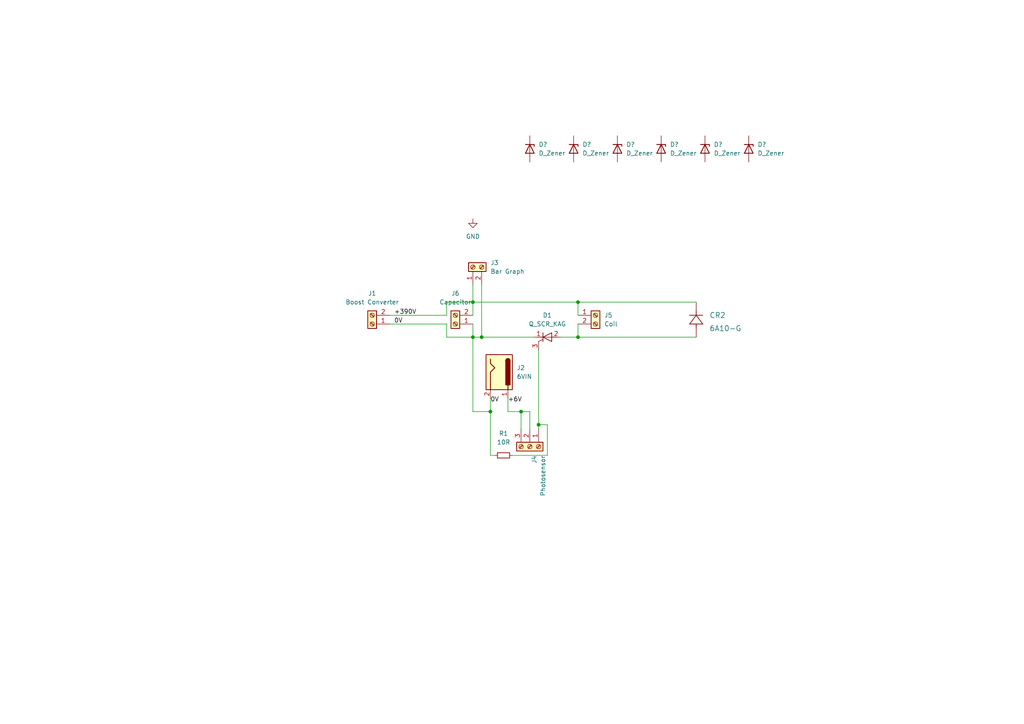
<source format=kicad_sch>
(kicad_sch (version 20211123) (generator eeschema)
  (paper "A4")
  (lib_symbols
    (symbol "6A10-G-HP:6A10-G" (pin_numbers hide) (pin_names (offset -1.651) hide)
      (property "Reference" "CR" (at 5.08 4.445 0))
      (property "Value" "6A10-G" (at 5.08 -7.62 0))
      (symbol "6A10-G_1_1"
        (polyline (pts (xy 2.54 0) (xy 3.4798 0)) (stroke (width 0.2032)))
        (polyline (pts (xy 3.175 0) (xy 3.81 0)) (stroke (width 0.2032)))
        (polyline (pts (xy 3.81 -1.905) (xy 6.35 0)) (stroke (width 0.2032)))
        (polyline (pts (xy 3.81 1.905) (xy 3.81 -1.905)) (stroke (width 0.2032)))
        (polyline (pts (xy 6.35 -1.905) (xy 6.35 1.905)) (stroke (width 0.2032)))
        (polyline (pts (xy 6.35 0) (xy 3.81 1.905)) (stroke (width 0.2032)))
        (polyline (pts (xy 6.35 0) (xy 7.62 0)) (stroke (width 0.2032)))
        (pin unspecified line (at 10.16 0 180) (length 2.54) (name "~") (number "1"))
        (pin unspecified line (at 0 0 0) (length 2.54) (name "~") (number "2"))
      )
    )
    (symbol "Connector:Barrel_Jack" (pin_names (offset 1.016))
      (property "Reference" "J" (at 0 5.334 0))
      (property "Value" "Barrel_Jack" (at 0 -5.08 0))
      (symbol "Barrel_Jack_0_1"
        (rectangle (start -5.08 3.81) (end 5.08 -3.81) (stroke (width 0.254)) (fill (type background)))
        (arc (start -3.302 3.175) (mid -3.937 2.54) (end -3.302 1.905) (stroke (width 0.254)))
        (arc (start -3.302 3.175) (mid -3.937 2.54) (end -3.302 1.905) (stroke (width 0.254)) (fill (type outline)))
        (polyline (pts (xy 5.08 2.54) (xy 3.81 2.54)) (stroke (width 0.254)))
        (polyline (pts (xy -3.81 -2.54) (xy -2.54 -2.54) (xy -1.27 -1.27) (xy 0 -2.54) (xy 2.54 -2.54) (xy 5.08 -2.54)) (stroke (width 0.254)))
        (rectangle (start 3.683 3.175) (end -3.302 1.905) (stroke (width 0.254)) (fill (type outline)))
      )
      (symbol "Barrel_Jack_1_1"
        (pin passive line (at 7.62 2.54 180) (length 2.54) (name "~") (number "1"))
        (pin passive line (at 7.62 -2.54 180) (length 2.54) (name "~") (number "2"))
      )
    )
    (symbol "Connector:Screw_Terminal_01x02" (pin_names (offset 1.016) hide)
      (property "Reference" "J" (at 0 2.54 0))
      (property "Value" "Screw_Terminal_01x02" (at 0 -5.08 0))
      (symbol "Screw_Terminal_01x02_1_1"
        (rectangle (start -1.27 1.27) (end 1.27 -3.81) (stroke (width 0.254)) (fill (type background)))
        (circle (center 0 -2.54) (radius 0.635) (stroke (width 0.1524)))
        (polyline (pts (xy -0.5334 -2.2098) (xy 0.3302 -3.048)) (stroke (width 0.1524)))
        (polyline (pts (xy -0.5334 0.3302) (xy 0.3302 -0.508)) (stroke (width 0.1524)))
        (polyline (pts (xy -0.3556 -2.032) (xy 0.508 -2.8702)) (stroke (width 0.1524)))
        (polyline (pts (xy -0.3556 0.508) (xy 0.508 -0.3302)) (stroke (width 0.1524)))
        (circle (center 0 0) (radius 0.635) (stroke (width 0.1524)))
        (pin passive line (at -5.08 0 0) (length 3.81) (name "Pin_1") (number "1"))
        (pin passive line (at -5.08 -2.54 0) (length 3.81) (name "Pin_2") (number "2"))
      )
    )
    (symbol "Connector:Screw_Terminal_01x03" (pin_names (offset 1.016) hide)
      (property "Reference" "J" (at 0 5.08 0))
      (property "Value" "Screw_Terminal_01x03" (at 0 -5.08 0))
      (symbol "Screw_Terminal_01x03_1_1"
        (rectangle (start -1.27 3.81) (end 1.27 -3.81) (stroke (width 0.254)) (fill (type background)))
        (circle (center 0 -2.54) (radius 0.635) (stroke (width 0.1524)))
        (polyline (pts (xy -0.5334 -2.2098) (xy 0.3302 -3.048)) (stroke (width 0.1524)))
        (polyline (pts (xy -0.5334 0.3302) (xy 0.3302 -0.508)) (stroke (width 0.1524)))
        (polyline (pts (xy -0.5334 2.8702) (xy 0.3302 2.032)) (stroke (width 0.1524)))
        (polyline (pts (xy -0.3556 -2.032) (xy 0.508 -2.8702)) (stroke (width 0.1524)))
        (polyline (pts (xy -0.3556 0.508) (xy 0.508 -0.3302)) (stroke (width 0.1524)))
        (polyline (pts (xy -0.3556 3.048) (xy 0.508 2.2098)) (stroke (width 0.1524)))
        (circle (center 0 0) (radius 0.635) (stroke (width 0.1524)))
        (circle (center 0 2.54) (radius 0.635) (stroke (width 0.1524)))
        (pin passive line (at -5.08 2.54 0) (length 3.81) (name "Pin_1") (number "1"))
        (pin passive line (at -5.08 0 0) (length 3.81) (name "Pin_2") (number "2"))
        (pin passive line (at -5.08 -2.54 0) (length 3.81) (name "Pin_3") (number "3"))
      )
    )
    (symbol "Device:D_Zener" (pin_numbers hide) (pin_names (offset 1.016) hide)
      (property "Reference" "D" (at 0 2.54 0))
      (property "Value" "D_Zener" (at 0 -2.54 0))
      (symbol "D_Zener_0_1"
        (polyline (pts (xy 1.27 0) (xy -1.27 0)))
        (polyline (pts (xy -1.27 -1.27) (xy -1.27 1.27) (xy -0.762 1.27)) (stroke (width 0.254)))
        (polyline (pts (xy 1.27 -1.27) (xy 1.27 1.27) (xy -1.27 0) (xy 1.27 -1.27)) (stroke (width 0.254)))
      )
      (symbol "D_Zener_1_1"
        (pin passive line (at -3.81 0 0) (length 2.54) (name "K") (number "1"))
        (pin passive line (at 3.81 0 180) (length 2.54) (name "A") (number "2"))
      )
    )
    (symbol "Device:Q_SCR_KAG" (pin_names (offset 0) hide)
      (property "Reference" "D" (at 1.905 0.635 0))
      (property "Value" "Q_SCR_KAG" (at 1.905 -1.27 0))
      (symbol "Q_SCR_KAG_0_1"
        (polyline (pts (xy -1.27 -2.54) (xy -0.635 -1.27)))
        (polyline (pts (xy -1.27 -1.27) (xy 1.27 -1.27)) (stroke (width 0.2032)))
        (polyline (pts (xy 0 -2.54) (xy 0 2.54)))
        (polyline (pts (xy -1.27 1.27) (xy 1.27 1.27) (xy 0 -1.27) (xy -1.27 1.27)) (stroke (width 0.2032)))
      )
      (symbol "Q_SCR_KAG_1_1"
        (pin passive line (at 0 -3.81 90) (length 2.54) (name "K") (number "1"))
        (pin passive line (at 0 3.81 270) (length 2.54) (name "A") (number "2"))
        (pin input line (at -3.81 -2.54 0) (length 2.54) (name "G") (number "3"))
      )
    )
    (symbol "Device:R_Small" (pin_numbers hide) (pin_names (offset 0.254) hide)
      (property "Reference" "R" (at 0.762 0.508 0))
      (property "Value" "R_Small" (at 0.762 -1.016 0))
      (symbol "R_Small_0_1"
        (rectangle (start -0.762 1.778) (end 0.762 -1.778) (stroke (width 0.2032)))
      )
      (symbol "R_Small_1_1"
        (pin passive line (at 0 2.54 270) (length 0.762) (name "~") (number "1"))
        (pin passive line (at 0 -2.54 90) (length 0.762) (name "~") (number "2"))
      )
    )
    (symbol "power:GND" (power) (pin_names (offset 0))
      (property "Value" "GND" (at 0 -3.81 0))
      (symbol "GND_0_1"
        (polyline (pts (xy 0 0) (xy 0 -1.27) (xy 1.27 -1.27) (xy 0 -2.54) (xy -1.27 -1.27) (xy 0 -1.27)))
      )
      (symbol "GND_1_1"
        (pin power_in line (at 0 0 270) (length 0) hide (name "GND") (number "1"))
      )
    )
  )
  (junction (at 167.64 87.63))
  (junction (at 151.13 119.38))
  (junction (at 139.7 97.79))
  (junction (at 142.24 119.38))
  (junction (at 156.21 123.19))
  (junction (at 167.64 97.79))
  (junction (at 137.16 87.63))
  (junction (at 137.16 97.79))
  (wire (pts (xy 142.24 119.38) (xy 142.24 132.08)))
  (wire (pts (xy 156.21 124.46) (xy 156.21 123.19)))
  (wire (pts (xy 147.32 115.57) (xy 147.32 119.38)))
  (wire (pts (xy 137.16 87.63) (xy 167.64 87.63)))
  (wire (pts (xy 167.64 93.98) (xy 167.64 97.79)))
  (wire (pts (xy 167.64 87.63) (xy 201.93 87.63)))
  (wire (pts (xy 153.67 119.38) (xy 153.67 124.46)))
  (wire (pts (xy 129.54 87.63) (xy 137.16 87.63)))
  (wire (pts (xy 167.64 87.63) (xy 167.64 91.44)))
  (wire (pts (xy 129.54 91.44) (xy 129.54 87.63)))
  (wire (pts (xy 137.16 93.98) (xy 137.16 97.79)))
  (wire (pts (xy 147.32 119.38) (xy 151.13 119.38)))
  (wire (pts (xy 139.7 82.55) (xy 139.7 97.79)))
  (wire (pts (xy 139.7 97.79) (xy 137.16 97.79)))
  (wire (pts (xy 129.54 97.79) (xy 137.16 97.79)))
  (wire (pts (xy 156.21 123.19) (xy 156.21 101.6)))
  (wire (pts (xy 151.13 119.38) (xy 153.67 119.38)))
  (wire (pts (xy 137.16 97.79) (xy 137.16 119.38)))
  (wire (pts (xy 162.56 97.79) (xy 167.64 97.79)))
  (wire (pts (xy 137.16 119.38) (xy 142.24 119.38)))
  (wire (pts (xy 137.16 82.55) (xy 137.16 87.63)))
  (wire (pts (xy 156.21 123.19) (xy 158.75 123.19)))
  (wire (pts (xy 151.13 124.46) (xy 151.13 119.38)))
  (wire (pts (xy 158.75 132.08) (xy 148.59 132.08)))
  (wire (pts (xy 113.03 93.98) (xy 129.54 93.98)))
  (wire (pts (xy 113.03 91.44) (xy 129.54 91.44)))
  (wire (pts (xy 143.51 132.08) (xy 142.24 132.08)))
  (wire (pts (xy 129.54 93.98) (xy 129.54 97.79)))
  (wire (pts (xy 142.24 115.57) (xy 142.24 119.38)))
  (wire (pts (xy 158.75 123.19) (xy 158.75 132.08)))
  (wire (pts (xy 167.64 97.79) (xy 201.93 97.79)))
  (wire (pts (xy 154.94 97.79) (xy 139.7 97.79)))
  (wire (pts (xy 137.16 87.63) (xy 137.16 91.44)))
  (label "+6V" (at 147.32 116.84 0))
  (label "0V" (at 142.24 116.84 0))
  (label "0V" (at 114.3 93.98 0))
  (label "+390V" (at 114.3 91.44 0))
  (symbol (lib_id "Connector:Screw_Terminal_01x02") (at 132.08 93.98 180) (unit 1)
    (property "Reference" "J6" (at 132.08 85.09 0))
    (property "Value" "Capacitor" (at 132.08 87.63 0))
    (property "Footprint" "TerminalBlock:TerminalBlock_Altech_AK300-2_P5.00mm" (effects hide))
  )
  (symbol (lib_id "Device:R_Small") (at 146.05 132.08 90) (unit 1)
    (property "Reference" "R1" (at 146.05 125.73 90))
    (property "Value" "10R" (at 146.05 128.27 90))
    (property "Footprint" "Resistor_THT:R_Axial_DIN0207_L6.3mm_D2.5mm_P10.16mm_Horizontal" (effects hide))
  )
  (symbol (lib_id "Connector:Barrel_Jack") (at 144.78 107.95 270) (unit 1)
    (property "Reference" "J2" (at 149.86 106.6799 90) (effects (justify left)))
    (property "Value" "6VIN" (at 149.86 109.2199 90) (effects (justify left)))
    (property "Footprint" "Connector_BarrelJack:BarrelJack_Horizontal" (effects hide))
  )
  (symbol (lib_id "Device:D_Zener") (at 179.07 43.18 270) (unit 1)
    (property "Reference" "D?" (at 181.61 41.9099 90) (effects (justify left)))
    (property "Value" "D_Zener" (at 181.61 44.4499 90) (effects (justify left)))
  )
  (symbol (lib_id "Device:D_Zener") (at 166.37 43.18 270) (unit 1)
    (property "Reference" "D?" (at 168.91 41.9099 90) (effects (justify left)))
    (property "Value" "D_Zener" (at 168.91 44.4499 90) (effects (justify left)))
  )
  (symbol (lib_id "Connector:Screw_Terminal_01x03") (at 153.67 129.54 270) (unit 1)
    (property "Reference" "J4" (at 154.9401 132.08 0) (effects (justify left)))
    (property "Value" "Photosensor" (at 157.48 132.08 0) (effects (justify left)))
    (property "Footprint" "TerminalBlock:TerminalBlock_Altech_AK300-3_P5.00mm" (effects hide))
  )
  (symbol (lib_id "6A10-G-HP:6A10-G") (at 201.93 97.79 90) (unit 1)
    (property "Reference" "CR2" (at 205.74 91.44 90) (effects (font (size 1.524 1.524)) (justify right)))
    (property "Value" "6A10-G" (at 205.74 95.25 90) (effects (font (size 1.524 1.524)) (justify right)))
    (property "Footprint" "Diode_THT:D_P600_R-6_P20.00mm_Horizontal" (effects hide))
  )
  (symbol (lib_id "Device:D_Zener") (at 153.67 43.18 270) (unit 1)
    (property "Reference" "D?" (at 156.21 41.9099 90) (effects (justify left)))
    (property "Value" "D_Zener" (at 156.21 44.4499 90) (effects (justify left)))
  )
  (symbol (lib_id "Connector:Screw_Terminal_01x02") (at 137.16 77.47 90) (unit 1)
    (property "Reference" "J3" (at 142.24 76.1999 90) (effects (justify right)))
    (property "Value" "Bar Graph" (at 142.24 78.7399 90) (effects (justify right)))
    (property "Footprint" "TerminalBlock:TerminalBlock_Altech_AK300-2_P5.00mm" (effects hide))
  )
  (symbol (lib_id "Device:D_Zener") (at 204.47 43.18 270) (unit 1)
    (property "Reference" "D?" (at 207.01 41.9099 90) (effects (justify left)))
    (property "Value" "D_Zener" (at 207.01 44.4499 90) (effects (justify left)))
  )
  (symbol (lib_id "Connector:Screw_Terminal_01x02") (at 107.95 93.98 180) (unit 1)
    (property "Reference" "J1" (at 107.95 85.09 0))
    (property "Value" "Boost Converter" (at 107.95 87.63 0))
    (property "Footprint" "TerminalBlock:TerminalBlock_Altech_AK300-2_P5.00mm" (effects hide))
  )
  (symbol (lib_id "Device:D_Zener") (at 191.77 43.18 270) (unit 1)
    (property "Reference" "D?" (at 194.31 41.9099 90) (effects (justify left)))
    (property "Value" "D_Zener" (at 194.31 44.4499 90) (effects (justify left)))
  )
  (symbol (lib_id "Device:D_Zener") (at 217.17 43.18 270) (unit 1)
    (property "Reference" "D?" (at 219.71 41.9099 90) (effects (justify left)))
    (property "Value" "D_Zener" (at 219.71 44.4499 90) (effects (justify left)))
  )
  (symbol (lib_id "power:GND") (at 137.16 63.5 0) (unit 1)
    (property "Reference" "#PWR?" (effects hide))
    (property "Value" "GND" (at 137.16 68.58 0))
  )
  (symbol (lib_id "Connector:Screw_Terminal_01x02") (at 172.72 91.44 0) (unit 1)
    (property "Reference" "J5" (at 175.26 91.4399 0) (effects (justify left)))
    (property "Value" "Coil" (at 175.26 93.9799 0) (effects (justify left)))
    (property "Footprint" "TerminalBlock:TerminalBlock_Altech_AK300-2_P5.00mm" (effects hide))
  )
  (symbol (lib_id "Device:Q_SCR_KAG") (at 158.75 97.79 270) (mirror x) (unit 1)
    (property "Reference" "D1" (at 158.75 91.44 90))
    (property "Value" "Q_SCR_KAG" (at 158.75 93.98 90))
    (property "Footprint" "Package_TO_SOT_THT:TO-247-3_Horizontal_TabDown" (effects hide))
  )
)
</source>
